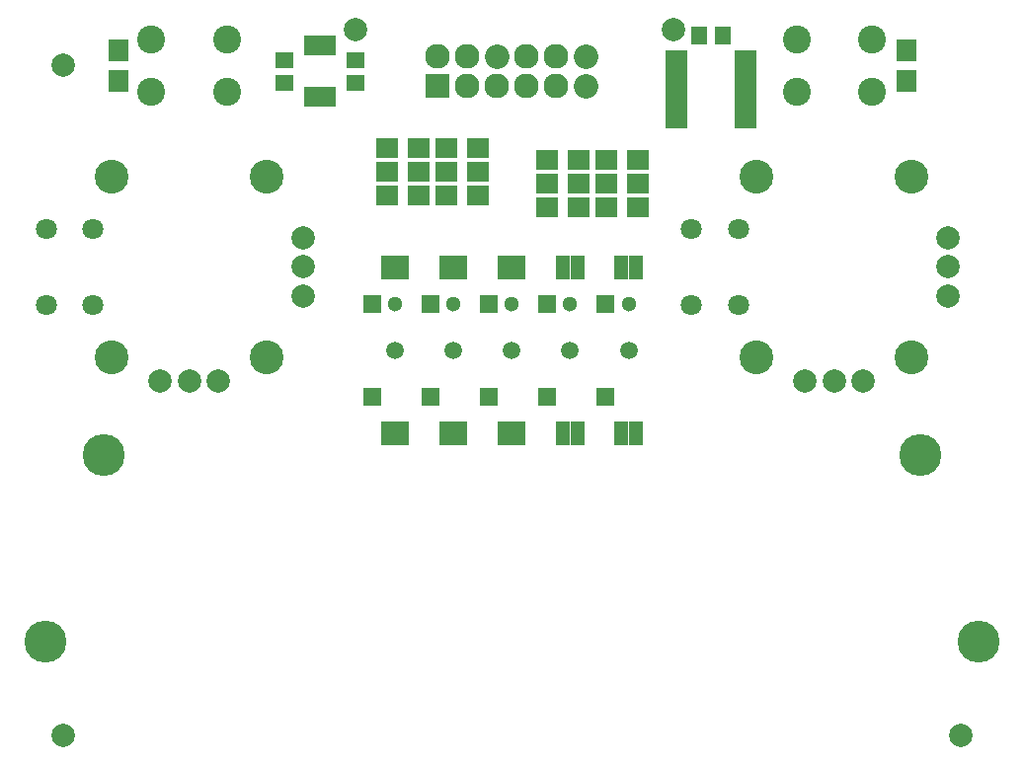
<source format=gts>
G04 #@! TF.FileFunction,Soldermask,Top*
%FSLAX46Y46*%
G04 Gerber Fmt 4.6, Leading zero omitted, Abs format (unit mm)*
G04 Created by KiCad (PCBNEW 4.0.7-e2-6376~61~ubuntu18.04.1) date Mon Jan  6 20:04:38 2020*
%MOMM*%
%LPD*%
G01*
G04 APERTURE LIST*
%ADD10C,0.100000*%
%ADD11R,1.650000X1.400000*%
%ADD12C,2.000000*%
%ADD13C,3.600000*%
%ADD14R,2.127200X2.127200*%
%ADD15O,2.127200X2.127200*%
%ADD16C,2.127200*%
%ADD17C,2.400000*%
%ADD18R,1.400000X1.650000*%
%ADD19R,1.900000X1.700000*%
%ADD20R,1.700000X1.900000*%
%ADD21R,1.850000X0.850000*%
%ADD22R,0.700000X1.800000*%
%ADD23R,1.300000X2.000000*%
%ADD24R,1.500000X1.500000*%
%ADD25C,1.300000*%
%ADD26C,1.500000*%
%ADD27C,1.800000*%
%ADD28C,2.900000*%
G04 APERTURE END LIST*
D10*
D11*
X36576000Y-6080000D03*
X36576000Y-4080000D03*
D12*
X63881000Y-1524000D03*
X36576000Y-1524000D03*
X88500000Y-62000000D03*
X11500000Y-62000000D03*
D13*
X85000000Y-38000000D03*
X90000000Y-54000000D03*
X15000000Y-38000000D03*
D14*
X43650000Y-6350000D03*
D15*
X43650000Y-3810000D03*
X46190000Y-6350000D03*
X46190000Y-3810000D03*
X48730000Y-6350000D03*
D16*
X48730000Y-3810000D02*
X48730000Y-3810000D01*
D15*
X51270000Y-6350000D03*
X51270000Y-3810000D03*
X53810000Y-6350000D03*
X53810000Y-3810000D03*
D16*
X56350000Y-6350000D02*
X56350000Y-6350000D01*
X56350000Y-3810000D02*
X56350000Y-3810000D01*
D17*
X80898000Y-2322000D03*
X80898000Y-6822000D03*
X74398000Y-2322000D03*
X74398000Y-6822000D03*
X19102000Y-6822000D03*
X19102000Y-2322000D03*
X25602000Y-6822000D03*
X25602000Y-2322000D03*
D11*
X30480000Y-6080000D03*
X30480000Y-4080000D03*
D18*
X66056000Y-2032000D03*
X68056000Y-2032000D03*
D19*
X47070000Y-11684000D03*
X44370000Y-11684000D03*
X53006000Y-16764000D03*
X55706000Y-16764000D03*
X47070000Y-15748000D03*
X44370000Y-15748000D03*
X53006000Y-14732000D03*
X55706000Y-14732000D03*
X47070000Y-13716000D03*
X44370000Y-13716000D03*
X53006000Y-12700000D03*
X55706000Y-12700000D03*
X41990000Y-11684000D03*
X39290000Y-11684000D03*
X58086000Y-16764000D03*
X60786000Y-16764000D03*
X41990000Y-15748000D03*
X39290000Y-15748000D03*
X58086000Y-14732000D03*
X60786000Y-14732000D03*
X41990000Y-13716000D03*
X39290000Y-13716000D03*
X58086000Y-12700000D03*
X60786000Y-12700000D03*
D20*
X16256000Y-5922000D03*
X16256000Y-3222000D03*
X83820000Y-3222000D03*
X83820000Y-5922000D03*
D21*
X64106000Y-3679000D03*
X64106000Y-4329000D03*
X64106000Y-4979000D03*
X64106000Y-5629000D03*
X64106000Y-6279000D03*
X64106000Y-6929000D03*
X64106000Y-7579000D03*
X64106000Y-8229000D03*
X64106000Y-8879000D03*
X64106000Y-9529000D03*
X70006000Y-9529000D03*
X70006000Y-8879000D03*
X70006000Y-8229000D03*
X70006000Y-7579000D03*
X70006000Y-6929000D03*
X70006000Y-6279000D03*
X70006000Y-5629000D03*
X70006000Y-4979000D03*
X70006000Y-4329000D03*
X70006000Y-3679000D03*
D22*
X34528000Y-2880000D03*
X34028000Y-2880000D03*
X33528000Y-2880000D03*
X33028000Y-2880000D03*
X32528000Y-2880000D03*
X32528000Y-7280000D03*
X33028000Y-7280000D03*
X33528000Y-7280000D03*
X34028000Y-7280000D03*
X34528000Y-7280000D03*
D23*
X59400000Y-21900000D03*
X60600000Y-21900000D03*
X59400000Y-36100000D03*
X60600000Y-36100000D03*
D24*
X58050000Y-25000000D03*
X58050000Y-33000000D03*
D25*
X60000000Y-25000000D03*
D26*
X60000000Y-29000000D03*
D23*
X54400000Y-21900000D03*
X55600000Y-21900000D03*
X54400000Y-36100000D03*
X55600000Y-36100000D03*
D24*
X53050000Y-25000000D03*
X53050000Y-33000000D03*
D25*
X55000000Y-25000000D03*
D26*
X55000000Y-29000000D03*
D23*
X49400000Y-21900000D03*
X50600000Y-21900000D03*
X49400000Y-36100000D03*
X50600000Y-36100000D03*
D24*
X48050000Y-25000000D03*
X48050000Y-33000000D03*
D25*
X50000000Y-25000000D03*
D26*
X50000000Y-29000000D03*
D23*
X44400000Y-21900000D03*
X45600000Y-21900000D03*
X44400000Y-36100000D03*
X45600000Y-36100000D03*
D24*
X43050000Y-25000000D03*
X43050000Y-33000000D03*
D25*
X45000000Y-25000000D03*
D26*
X45000000Y-29000000D03*
D23*
X39400000Y-21900000D03*
X40600000Y-21900000D03*
X39400000Y-36100000D03*
X40600000Y-36100000D03*
D24*
X38050000Y-25000000D03*
X38050000Y-33000000D03*
D25*
X40000000Y-25000000D03*
D26*
X40000000Y-29000000D03*
D12*
X19852000Y-31594000D03*
X22352000Y-31594000D03*
X24852000Y-31594000D03*
X32102000Y-24344000D03*
X32102000Y-21844000D03*
X32102000Y-19344000D03*
D27*
X10102000Y-18594000D03*
X14102000Y-18594000D03*
X10102000Y-25094000D03*
X14102000Y-25094000D03*
D28*
X15702000Y-29594000D03*
X15702000Y-14094000D03*
X29002000Y-14094000D03*
X29002000Y-29594000D03*
D12*
X75148000Y-31594000D03*
X77648000Y-31594000D03*
X80148000Y-31594000D03*
X87398000Y-24344000D03*
X87398000Y-21844000D03*
X87398000Y-19344000D03*
D27*
X65398000Y-18594000D03*
X69398000Y-18594000D03*
X65398000Y-25094000D03*
X69398000Y-25094000D03*
D28*
X70998000Y-29594000D03*
X70998000Y-14094000D03*
X84298000Y-14094000D03*
X84298000Y-29594000D03*
D12*
X11500000Y-4500000D03*
D13*
X10000000Y-54000000D03*
M02*

</source>
